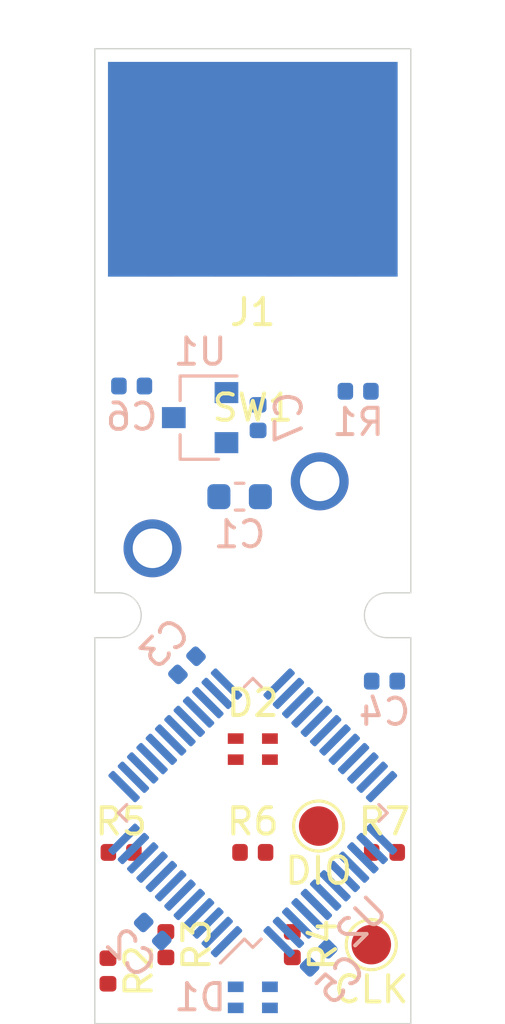
<source format=kicad_pcb>
(kicad_pcb (version 20171130) (host pcbnew 5.1.6)

  (general
    (thickness 1.6)
    (drawings 12)
    (tracks 0)
    (zones 0)
    (modules 22)
    (nets 48)
  )

  (page A4)
  (layers
    (0 F.Cu signal)
    (31 B.Cu signal)
    (32 B.Adhes user)
    (33 F.Adhes user)
    (34 B.Paste user)
    (35 F.Paste user)
    (36 B.SilkS user)
    (37 F.SilkS user)
    (38 B.Mask user)
    (39 F.Mask user)
    (40 Dwgs.User user)
    (41 Cmts.User user)
    (42 Eco1.User user)
    (43 Eco2.User user)
    (44 Edge.Cuts user)
    (45 Margin user)
    (46 B.CrtYd user)
    (47 F.CrtYd user)
    (48 B.Fab user)
    (49 F.Fab user)
  )

  (setup
    (last_trace_width 0.2)
    (trace_clearance 0.2)
    (zone_clearance 0.508)
    (zone_45_only no)
    (trace_min 0.2)
    (via_size 0.8)
    (via_drill 0.4)
    (via_min_size 0.6)
    (via_min_drill 0.3)
    (uvia_size 0.3)
    (uvia_drill 0.1)
    (uvias_allowed no)
    (uvia_min_size 0.2)
    (uvia_min_drill 0.1)
    (edge_width 0.05)
    (segment_width 0.2)
    (pcb_text_width 0.3)
    (pcb_text_size 1.5 1.5)
    (mod_edge_width 0.12)
    (mod_text_size 1 1)
    (mod_text_width 0.15)
    (pad_size 1.524 1.524)
    (pad_drill 0.762)
    (pad_to_mask_clearance 0.05)
    (aux_axis_origin 0 0)
    (visible_elements FFFFF77F)
    (pcbplotparams
      (layerselection 0x010fc_ffffffff)
      (usegerberextensions false)
      (usegerberattributes true)
      (usegerberadvancedattributes true)
      (creategerberjobfile true)
      (excludeedgelayer true)
      (linewidth 0.100000)
      (plotframeref false)
      (viasonmask false)
      (mode 1)
      (useauxorigin false)
      (hpglpennumber 1)
      (hpglpenspeed 20)
      (hpglpendiameter 15.000000)
      (psnegative false)
      (psa4output false)
      (plotreference true)
      (plotvalue true)
      (plotinvisibletext false)
      (padsonsilk false)
      (subtractmaskfromsilk false)
      (outputformat 1)
      (mirror false)
      (drillshape 1)
      (scaleselection 1)
      (outputdirectory ""))
  )

  (net 0 "")
  (net 1 GND)
  (net 2 +3V3)
  (net 3 VBUS)
  (net 4 "Net-(D1-Pad4)")
  (net 5 "Net-(D1-Pad3)")
  (net 6 "Net-(D1-Pad1)")
  (net 7 "Net-(D2-Pad4)")
  (net 8 "Net-(D2-Pad3)")
  (net 9 "Net-(D2-Pad1)")
  (net 10 /D+)
  (net 11 /D-)
  (net 12 /BTN1)
  (net 13 /LED1_R)
  (net 14 /LED1_G)
  (net 15 /LED1_B)
  (net 16 /LED2_R)
  (net 17 /LED2_G)
  (net 18 /LED2_B)
  (net 19 /SWDIO)
  (net 20 /SWCLK)
  (net 21 "Net-(U2-Pad46)")
  (net 22 "Net-(U2-Pad45)")
  (net 23 "Net-(U2-Pad43)")
  (net 24 "Net-(U2-Pad42)")
  (net 25 "Net-(U2-Pad40)")
  (net 26 "Net-(U2-Pad39)")
  (net 27 "Net-(U2-Pad38)")
  (net 28 "Net-(U2-Pad31)")
  (net 29 "Net-(U2-Pad30)")
  (net 30 "Net-(U2-Pad29)")
  (net 31 "Net-(U2-Pad28)")
  (net 32 "Net-(U2-Pad27)")
  (net 33 "Net-(U2-Pad26)")
  (net 34 "Net-(U2-Pad25)")
  (net 35 "Net-(U2-Pad22)")
  (net 36 "Net-(U2-Pad21)")
  (net 37 "Net-(U2-Pad20)")
  (net 38 "Net-(U2-Pad17)")
  (net 39 "Net-(U2-Pad16)")
  (net 40 "Net-(U2-Pad15)")
  (net 41 "Net-(U2-Pad14)")
  (net 42 "Net-(U2-Pad7)")
  (net 43 "Net-(U2-Pad6)")
  (net 44 "Net-(U2-Pad5)")
  (net 45 "Net-(U2-Pad4)")
  (net 46 "Net-(U2-Pad3)")
  (net 47 "Net-(U2-Pad2)")

  (net_class Default "This is the default net class."
    (clearance 0.2)
    (trace_width 0.2)
    (via_dia 0.8)
    (via_drill 0.4)
    (uvia_dia 0.3)
    (uvia_drill 0.1)
    (add_net +3V3)
    (add_net /BTN1)
    (add_net /D+)
    (add_net /D-)
    (add_net /LED1_B)
    (add_net /LED1_G)
    (add_net /LED1_R)
    (add_net /LED2_B)
    (add_net /LED2_G)
    (add_net /LED2_R)
    (add_net /SWCLK)
    (add_net /SWDIO)
    (add_net GND)
    (add_net "Net-(D1-Pad1)")
    (add_net "Net-(D1-Pad3)")
    (add_net "Net-(D1-Pad4)")
    (add_net "Net-(D2-Pad1)")
    (add_net "Net-(D2-Pad3)")
    (add_net "Net-(D2-Pad4)")
    (add_net "Net-(U2-Pad14)")
    (add_net "Net-(U2-Pad15)")
    (add_net "Net-(U2-Pad16)")
    (add_net "Net-(U2-Pad17)")
    (add_net "Net-(U2-Pad2)")
    (add_net "Net-(U2-Pad20)")
    (add_net "Net-(U2-Pad21)")
    (add_net "Net-(U2-Pad22)")
    (add_net "Net-(U2-Pad25)")
    (add_net "Net-(U2-Pad26)")
    (add_net "Net-(U2-Pad27)")
    (add_net "Net-(U2-Pad28)")
    (add_net "Net-(U2-Pad29)")
    (add_net "Net-(U2-Pad3)")
    (add_net "Net-(U2-Pad30)")
    (add_net "Net-(U2-Pad31)")
    (add_net "Net-(U2-Pad38)")
    (add_net "Net-(U2-Pad39)")
    (add_net "Net-(U2-Pad4)")
    (add_net "Net-(U2-Pad40)")
    (add_net "Net-(U2-Pad42)")
    (add_net "Net-(U2-Pad43)")
    (add_net "Net-(U2-Pad45)")
    (add_net "Net-(U2-Pad46)")
    (add_net "Net-(U2-Pad5)")
    (add_net "Net-(U2-Pad6)")
    (add_net "Net-(U2-Pad7)")
    (add_net VBUS)
  )

  (module Capacitor_SMD:C_0402_1005Metric (layer B.Cu) (tedit 5F947204) (tstamp 5F948C07)
    (at 155 74 180)
    (descr "Capacitor SMD 0402 (1005 Metric), square (rectangular) end terminal, IPC_7351 nominal, (Body size source: http://www.tortai-tech.com/upload/download/2011102023233369053.pdf), generated with kicad-footprint-generator")
    (tags capacitor)
    (path /5F892CC5)
    (attr smd)
    (fp_text reference C4 (at 0 -1.17 180) (layer B.SilkS)
      (effects (font (size 1 1) (thickness 0.15)) (justify mirror))
    )
    (fp_text value 100n (at 0 1.17 180) (layer B.Fab)
      (effects (font (size 1 1) (thickness 0.15)) (justify mirror))
    )
    (fp_line (start 0.93 -0.47) (end -0.93 -0.47) (layer B.CrtYd) (width 0.05))
    (fp_line (start 0.93 0.47) (end 0.93 -0.47) (layer B.CrtYd) (width 0.05))
    (fp_line (start -0.93 0.47) (end 0.93 0.47) (layer B.CrtYd) (width 0.05))
    (fp_line (start -0.93 -0.47) (end -0.93 0.47) (layer B.CrtYd) (width 0.05))
    (fp_line (start 0.5 -0.25) (end -0.5 -0.25) (layer B.Fab) (width 0.1))
    (fp_line (start 0.5 0.25) (end 0.5 -0.25) (layer B.Fab) (width 0.1))
    (fp_line (start -0.5 0.25) (end 0.5 0.25) (layer B.Fab) (width 0.1))
    (fp_line (start -0.5 -0.25) (end -0.5 0.25) (layer B.Fab) (width 0.1))
    (fp_text user %R (at 0 0 180) (layer B.Fab)
      (effects (font (size 0.25 0.25) (thickness 0.04)) (justify mirror))
    )
    (pad 2 smd roundrect (at 0.485 0 180) (size 0.59 0.64) (layers B.Cu B.Paste B.Mask) (roundrect_rratio 0.25)
      (net 1 GND))
    (pad 1 smd roundrect (at -0.485 0 180) (size 0.59 0.64) (layers B.Cu B.Paste B.Mask) (roundrect_rratio 0.25)
      (net 2 +3V3))
    (model ${KISYS3DMOD}/Capacitor_SMD.3dshapes/C_0402_1005Metric.wrl
      (at (xyz 0 0 0))
      (scale (xyz 1 1 1))
      (rotate (xyz 0 0 0))
    )
  )

  (module Button_Switch_Keyboard:SW_Cherry_MX_1.00u_PCB (layer F.Cu) (tedit 5F944CC9) (tstamp 5F92DCF2)
    (at 152.54 66.42)
    (descr "Cherry MX keyswitch, 1.00u, PCB mount, http://cherryamericas.com/wp-content/uploads/2014/12/mx_cat.pdf")
    (tags "Cherry MX keyswitch 1.00u PCB")
    (path /5F925207)
    (fp_text reference SW1 (at -2.54 -2.794) (layer F.SilkS)
      (effects (font (size 1 1) (thickness 0.15)))
    )
    (fp_text value MXxx-xxxx (at -2.54 12.954) (layer F.Fab)
      (effects (font (size 1 1) (thickness 0.15)))
    )
    (fp_line (start -8.89 -1.27) (end 3.81 -1.27) (layer F.Fab) (width 0.1))
    (fp_line (start 3.81 -1.27) (end 3.81 11.43) (layer F.Fab) (width 0.1))
    (fp_line (start 3.81 11.43) (end -8.89 11.43) (layer F.Fab) (width 0.1))
    (fp_line (start -8.89 11.43) (end -8.89 -1.27) (layer F.Fab) (width 0.1))
    (fp_line (start -9.14 11.68) (end -9.14 -1.52) (layer F.CrtYd) (width 0.05))
    (fp_line (start 4.06 11.68) (end -9.14 11.68) (layer F.CrtYd) (width 0.05))
    (fp_line (start 4.06 -1.52) (end 4.06 11.68) (layer F.CrtYd) (width 0.05))
    (fp_line (start -9.14 -1.52) (end 4.06 -1.52) (layer F.CrtYd) (width 0.05))
    (fp_line (start -12.065 -4.445) (end 6.985 -4.445) (layer Dwgs.User) (width 0.15))
    (fp_line (start 6.985 -4.445) (end 6.985 14.605) (layer Dwgs.User) (width 0.15))
    (fp_line (start 6.985 14.605) (end -12.065 14.605) (layer Dwgs.User) (width 0.15))
    (fp_line (start -12.065 14.605) (end -12.065 -4.445) (layer Dwgs.User) (width 0.15))
    (fp_text user %R (at -2.54 -2.794) (layer F.Fab)
      (effects (font (size 1 1) (thickness 0.15)))
    )
    (pad "" np_thru_hole circle (at -2.54 5.08) (size 4 4) (drill 4) (layers *.Cu *.Mask))
    (pad 2 thru_hole circle (at -6.35 2.54) (size 2.2 2.2) (drill 1.5) (layers *.Cu *.Mask)
      (net 2 +3V3))
    (pad 1 thru_hole circle (at 0 0) (size 2.2 2.2) (drill 1.5) (layers *.Cu *.Mask)
      (net 12 /BTN1))
    (model ${KISYS3DMOD}/Button_Switch_Keyboard.3dshapes/SW_Cherry_MX_1.00u_PCB.wrl
      (at (xyz 0 0 0))
      (scale (xyz 1 1 1))
      (rotate (xyz 0 0 0))
    )
  )

  (module Capacitor_SMD:C_0402_1005Metric (layer B.Cu) (tedit 5B301BBE) (tstamp 5F92C15E)
    (at 145.4 62.8)
    (descr "Capacitor SMD 0402 (1005 Metric), square (rectangular) end terminal, IPC_7351 nominal, (Body size source: http://www.tortai-tech.com/upload/download/2011102023233369053.pdf), generated with kicad-footprint-generator")
    (tags capacitor)
    (path /5F93753A)
    (attr smd)
    (fp_text reference C6 (at 0 1.17) (layer B.SilkS)
      (effects (font (size 1 1) (thickness 0.15)) (justify mirror))
    )
    (fp_text value 1u (at 0 -1.17) (layer B.Fab)
      (effects (font (size 1 1) (thickness 0.15)) (justify mirror))
    )
    (fp_line (start 0.93 -0.47) (end -0.93 -0.47) (layer B.CrtYd) (width 0.05))
    (fp_line (start 0.93 0.47) (end 0.93 -0.47) (layer B.CrtYd) (width 0.05))
    (fp_line (start -0.93 0.47) (end 0.93 0.47) (layer B.CrtYd) (width 0.05))
    (fp_line (start -0.93 -0.47) (end -0.93 0.47) (layer B.CrtYd) (width 0.05))
    (fp_line (start 0.5 -0.25) (end -0.5 -0.25) (layer B.Fab) (width 0.1))
    (fp_line (start 0.5 0.25) (end 0.5 -0.25) (layer B.Fab) (width 0.1))
    (fp_line (start -0.5 0.25) (end 0.5 0.25) (layer B.Fab) (width 0.1))
    (fp_line (start -0.5 -0.25) (end -0.5 0.25) (layer B.Fab) (width 0.1))
    (fp_text user %R (at 0 0) (layer B.Fab)
      (effects (font (size 0.25 0.25) (thickness 0.04)) (justify mirror))
    )
    (pad 2 smd roundrect (at 0.485 0) (size 0.59 0.64) (layers B.Cu B.Paste B.Mask) (roundrect_rratio 0.25)
      (net 1 GND))
    (pad 1 smd roundrect (at -0.485 0) (size 0.59 0.64) (layers B.Cu B.Paste B.Mask) (roundrect_rratio 0.25)
      (net 3 VBUS))
    (model ${KISYS3DMOD}/Capacitor_SMD.3dshapes/C_0402_1005Metric.wrl
      (at (xyz 0 0 0))
      (scale (xyz 1 1 1))
      (rotate (xyz 0 0 0))
    )
  )

  (module Package_QFP:LQFP-48_7x7mm_P0.5mm (layer B.Cu) (tedit 5D9F72AF) (tstamp 5F92E9DF)
    (at 150 79 45)
    (descr "LQFP, 48 Pin (https://www.analog.com/media/en/technical-documentation/data-sheets/ltc2358-16.pdf), generated with kicad-footprint-generator ipc_gullwing_generator.py")
    (tags "LQFP QFP")
    (path /5F878F8D)
    (attr smd)
    (fp_text reference U2 (at 0 5.85 45) (layer B.SilkS)
      (effects (font (size 1 1) (thickness 0.15)) (justify mirror))
    )
    (fp_text value STM32F072CBT6 (at 0 -5.85 45) (layer B.Fab)
      (effects (font (size 1 1) (thickness 0.15)) (justify mirror))
    )
    (fp_line (start 5.15 -3.15) (end 5.15 0) (layer B.CrtYd) (width 0.05))
    (fp_line (start 3.75 -3.15) (end 5.15 -3.15) (layer B.CrtYd) (width 0.05))
    (fp_line (start 3.75 -3.75) (end 3.75 -3.15) (layer B.CrtYd) (width 0.05))
    (fp_line (start 3.15 -3.75) (end 3.75 -3.75) (layer B.CrtYd) (width 0.05))
    (fp_line (start 3.15 -5.15) (end 3.15 -3.75) (layer B.CrtYd) (width 0.05))
    (fp_line (start 0 -5.15) (end 3.15 -5.15) (layer B.CrtYd) (width 0.05))
    (fp_line (start -5.15 -3.15) (end -5.15 0) (layer B.CrtYd) (width 0.05))
    (fp_line (start -3.75 -3.15) (end -5.15 -3.15) (layer B.CrtYd) (width 0.05))
    (fp_line (start -3.75 -3.75) (end -3.75 -3.15) (layer B.CrtYd) (width 0.05))
    (fp_line (start -3.15 -3.75) (end -3.75 -3.75) (layer B.CrtYd) (width 0.05))
    (fp_line (start -3.15 -5.15) (end -3.15 -3.75) (layer B.CrtYd) (width 0.05))
    (fp_line (start 0 -5.15) (end -3.15 -5.15) (layer B.CrtYd) (width 0.05))
    (fp_line (start 5.15 3.15) (end 5.15 0) (layer B.CrtYd) (width 0.05))
    (fp_line (start 3.75 3.15) (end 5.15 3.15) (layer B.CrtYd) (width 0.05))
    (fp_line (start 3.75 3.75) (end 3.75 3.15) (layer B.CrtYd) (width 0.05))
    (fp_line (start 3.15 3.75) (end 3.75 3.75) (layer B.CrtYd) (width 0.05))
    (fp_line (start 3.15 5.15) (end 3.15 3.75) (layer B.CrtYd) (width 0.05))
    (fp_line (start 0 5.15) (end 3.15 5.15) (layer B.CrtYd) (width 0.05))
    (fp_line (start -5.15 3.15) (end -5.15 0) (layer B.CrtYd) (width 0.05))
    (fp_line (start -3.75 3.15) (end -5.15 3.15) (layer B.CrtYd) (width 0.05))
    (fp_line (start -3.75 3.75) (end -3.75 3.15) (layer B.CrtYd) (width 0.05))
    (fp_line (start -3.15 3.75) (end -3.75 3.75) (layer B.CrtYd) (width 0.05))
    (fp_line (start -3.15 5.15) (end -3.15 3.75) (layer B.CrtYd) (width 0.05))
    (fp_line (start 0 5.15) (end -3.15 5.15) (layer B.CrtYd) (width 0.05))
    (fp_line (start -3.5 2.5) (end -2.5 3.5) (layer B.Fab) (width 0.1))
    (fp_line (start -3.5 -3.5) (end -3.5 2.5) (layer B.Fab) (width 0.1))
    (fp_line (start 3.5 -3.5) (end -3.5 -3.5) (layer B.Fab) (width 0.1))
    (fp_line (start 3.5 3.5) (end 3.5 -3.5) (layer B.Fab) (width 0.1))
    (fp_line (start -2.5 3.5) (end 3.5 3.5) (layer B.Fab) (width 0.1))
    (fp_line (start -3.61 3.16) (end -4.9 3.16) (layer B.SilkS) (width 0.12))
    (fp_line (start -3.61 3.61) (end -3.61 3.16) (layer B.SilkS) (width 0.12))
    (fp_line (start -3.16 3.61) (end -3.61 3.61) (layer B.SilkS) (width 0.12))
    (fp_line (start 3.61 3.61) (end 3.61 3.16) (layer B.SilkS) (width 0.12))
    (fp_line (start 3.16 3.61) (end 3.61 3.61) (layer B.SilkS) (width 0.12))
    (fp_line (start -3.61 -3.61) (end -3.61 -3.16) (layer B.SilkS) (width 0.12))
    (fp_line (start -3.16 -3.61) (end -3.61 -3.61) (layer B.SilkS) (width 0.12))
    (fp_line (start 3.61 -3.61) (end 3.61 -3.16) (layer B.SilkS) (width 0.12))
    (fp_line (start 3.16 -3.61) (end 3.61 -3.61) (layer B.SilkS) (width 0.12))
    (fp_text user %R (at 0 0 45) (layer B.Fab)
      (effects (font (size 1 1) (thickness 0.15)) (justify mirror))
    )
    (pad 48 smd roundrect (at -2.75 4.1625 45) (size 0.3 1.475) (layers B.Cu B.Paste B.Mask) (roundrect_rratio 0.25)
      (net 2 +3V3))
    (pad 47 smd roundrect (at -2.25 4.1625 45) (size 0.3 1.475) (layers B.Cu B.Paste B.Mask) (roundrect_rratio 0.25)
      (net 1 GND))
    (pad 46 smd roundrect (at -1.75 4.1625 45) (size 0.3 1.475) (layers B.Cu B.Paste B.Mask) (roundrect_rratio 0.25)
      (net 21 "Net-(U2-Pad46)"))
    (pad 45 smd roundrect (at -1.25 4.1625 45) (size 0.3 1.475) (layers B.Cu B.Paste B.Mask) (roundrect_rratio 0.25)
      (net 22 "Net-(U2-Pad45)"))
    (pad 44 smd roundrect (at -0.75 4.1625 45) (size 0.3 1.475) (layers B.Cu B.Paste B.Mask) (roundrect_rratio 0.25)
      (net 12 /BTN1))
    (pad 43 smd roundrect (at -0.25 4.1625 45) (size 0.3 1.475) (layers B.Cu B.Paste B.Mask) (roundrect_rratio 0.25)
      (net 23 "Net-(U2-Pad43)"))
    (pad 42 smd roundrect (at 0.25 4.1625 45) (size 0.3 1.475) (layers B.Cu B.Paste B.Mask) (roundrect_rratio 0.25)
      (net 24 "Net-(U2-Pad42)"))
    (pad 41 smd roundrect (at 0.75 4.1625 45) (size 0.3 1.475) (layers B.Cu B.Paste B.Mask) (roundrect_rratio 0.25)
      (net 18 /LED2_B))
    (pad 40 smd roundrect (at 1.25 4.1625 45) (size 0.3 1.475) (layers B.Cu B.Paste B.Mask) (roundrect_rratio 0.25)
      (net 25 "Net-(U2-Pad40)"))
    (pad 39 smd roundrect (at 1.75 4.1625 45) (size 0.3 1.475) (layers B.Cu B.Paste B.Mask) (roundrect_rratio 0.25)
      (net 26 "Net-(U2-Pad39)"))
    (pad 38 smd roundrect (at 2.25 4.1625 45) (size 0.3 1.475) (layers B.Cu B.Paste B.Mask) (roundrect_rratio 0.25)
      (net 27 "Net-(U2-Pad38)"))
    (pad 37 smd roundrect (at 2.75 4.1625 45) (size 0.3 1.475) (layers B.Cu B.Paste B.Mask) (roundrect_rratio 0.25)
      (net 20 /SWCLK))
    (pad 36 smd roundrect (at 4.1625 2.75 45) (size 1.475 0.3) (layers B.Cu B.Paste B.Mask) (roundrect_rratio 0.25)
      (net 2 +3V3))
    (pad 35 smd roundrect (at 4.1625 2.25 45) (size 1.475 0.3) (layers B.Cu B.Paste B.Mask) (roundrect_rratio 0.25)
      (net 1 GND))
    (pad 34 smd roundrect (at 4.1625 1.75 45) (size 1.475 0.3) (layers B.Cu B.Paste B.Mask) (roundrect_rratio 0.25)
      (net 19 /SWDIO))
    (pad 33 smd roundrect (at 4.1625 1.25 45) (size 1.475 0.3) (layers B.Cu B.Paste B.Mask) (roundrect_rratio 0.25)
      (net 10 /D+))
    (pad 32 smd roundrect (at 4.1625 0.75 45) (size 1.475 0.3) (layers B.Cu B.Paste B.Mask) (roundrect_rratio 0.25)
      (net 11 /D-))
    (pad 31 smd roundrect (at 4.1625 0.25 45) (size 1.475 0.3) (layers B.Cu B.Paste B.Mask) (roundrect_rratio 0.25)
      (net 28 "Net-(U2-Pad31)"))
    (pad 30 smd roundrect (at 4.1625 -0.25 45) (size 1.475 0.3) (layers B.Cu B.Paste B.Mask) (roundrect_rratio 0.25)
      (net 29 "Net-(U2-Pad30)"))
    (pad 29 smd roundrect (at 4.1625 -0.75 45) (size 1.475 0.3) (layers B.Cu B.Paste B.Mask) (roundrect_rratio 0.25)
      (net 30 "Net-(U2-Pad29)"))
    (pad 28 smd roundrect (at 4.1625 -1.25 45) (size 1.475 0.3) (layers B.Cu B.Paste B.Mask) (roundrect_rratio 0.25)
      (net 31 "Net-(U2-Pad28)"))
    (pad 27 smd roundrect (at 4.1625 -1.75 45) (size 1.475 0.3) (layers B.Cu B.Paste B.Mask) (roundrect_rratio 0.25)
      (net 32 "Net-(U2-Pad27)"))
    (pad 26 smd roundrect (at 4.1625 -2.25 45) (size 1.475 0.3) (layers B.Cu B.Paste B.Mask) (roundrect_rratio 0.25)
      (net 33 "Net-(U2-Pad26)"))
    (pad 25 smd roundrect (at 4.1625 -2.75 45) (size 1.475 0.3) (layers B.Cu B.Paste B.Mask) (roundrect_rratio 0.25)
      (net 34 "Net-(U2-Pad25)"))
    (pad 24 smd roundrect (at 2.75 -4.1625 45) (size 0.3 1.475) (layers B.Cu B.Paste B.Mask) (roundrect_rratio 0.25)
      (net 2 +3V3))
    (pad 23 smd roundrect (at 2.25 -4.1625 45) (size 0.3 1.475) (layers B.Cu B.Paste B.Mask) (roundrect_rratio 0.25)
      (net 1 GND))
    (pad 22 smd roundrect (at 1.75 -4.1625 45) (size 0.3 1.475) (layers B.Cu B.Paste B.Mask) (roundrect_rratio 0.25)
      (net 35 "Net-(U2-Pad22)"))
    (pad 21 smd roundrect (at 1.25 -4.1625 45) (size 0.3 1.475) (layers B.Cu B.Paste B.Mask) (roundrect_rratio 0.25)
      (net 36 "Net-(U2-Pad21)"))
    (pad 20 smd roundrect (at 0.75 -4.1625 45) (size 0.3 1.475) (layers B.Cu B.Paste B.Mask) (roundrect_rratio 0.25)
      (net 37 "Net-(U2-Pad20)"))
    (pad 19 smd roundrect (at 0.25 -4.1625 45) (size 0.3 1.475) (layers B.Cu B.Paste B.Mask) (roundrect_rratio 0.25)
      (net 16 /LED2_R))
    (pad 18 smd roundrect (at -0.25 -4.1625 45) (size 0.3 1.475) (layers B.Cu B.Paste B.Mask) (roundrect_rratio 0.25)
      (net 17 /LED2_G))
    (pad 17 smd roundrect (at -0.75 -4.1625 45) (size 0.3 1.475) (layers B.Cu B.Paste B.Mask) (roundrect_rratio 0.25)
      (net 38 "Net-(U2-Pad17)"))
    (pad 16 smd roundrect (at -1.25 -4.1625 45) (size 0.3 1.475) (layers B.Cu B.Paste B.Mask) (roundrect_rratio 0.25)
      (net 39 "Net-(U2-Pad16)"))
    (pad 15 smd roundrect (at -1.75 -4.1625 45) (size 0.3 1.475) (layers B.Cu B.Paste B.Mask) (roundrect_rratio 0.25)
      (net 40 "Net-(U2-Pad15)"))
    (pad 14 smd roundrect (at -2.25 -4.1625 45) (size 0.3 1.475) (layers B.Cu B.Paste B.Mask) (roundrect_rratio 0.25)
      (net 41 "Net-(U2-Pad14)"))
    (pad 13 smd roundrect (at -2.75 -4.1625 45) (size 0.3 1.475) (layers B.Cu B.Paste B.Mask) (roundrect_rratio 0.25)
      (net 12 /BTN1))
    (pad 12 smd roundrect (at -4.1625 -2.75 45) (size 1.475 0.3) (layers B.Cu B.Paste B.Mask) (roundrect_rratio 0.25)
      (net 13 /LED1_R))
    (pad 11 smd roundrect (at -4.1625 -2.25 45) (size 1.475 0.3) (layers B.Cu B.Paste B.Mask) (roundrect_rratio 0.25)
      (net 14 /LED1_G))
    (pad 10 smd roundrect (at -4.1625 -1.75 45) (size 1.475 0.3) (layers B.Cu B.Paste B.Mask) (roundrect_rratio 0.25)
      (net 15 /LED1_B))
    (pad 9 smd roundrect (at -4.1625 -1.25 45) (size 1.475 0.3) (layers B.Cu B.Paste B.Mask) (roundrect_rratio 0.25)
      (net 2 +3V3))
    (pad 8 smd roundrect (at -4.1625 -0.75 45) (size 1.475 0.3) (layers B.Cu B.Paste B.Mask) (roundrect_rratio 0.25)
      (net 1 GND))
    (pad 7 smd roundrect (at -4.1625 -0.25 45) (size 1.475 0.3) (layers B.Cu B.Paste B.Mask) (roundrect_rratio 0.25)
      (net 42 "Net-(U2-Pad7)"))
    (pad 6 smd roundrect (at -4.1625 0.25 45) (size 1.475 0.3) (layers B.Cu B.Paste B.Mask) (roundrect_rratio 0.25)
      (net 43 "Net-(U2-Pad6)"))
    (pad 5 smd roundrect (at -4.1625 0.75 45) (size 1.475 0.3) (layers B.Cu B.Paste B.Mask) (roundrect_rratio 0.25)
      (net 44 "Net-(U2-Pad5)"))
    (pad 4 smd roundrect (at -4.1625 1.25 45) (size 1.475 0.3) (layers B.Cu B.Paste B.Mask) (roundrect_rratio 0.25)
      (net 45 "Net-(U2-Pad4)"))
    (pad 3 smd roundrect (at -4.1625 1.75 45) (size 1.475 0.3) (layers B.Cu B.Paste B.Mask) (roundrect_rratio 0.25)
      (net 46 "Net-(U2-Pad3)"))
    (pad 2 smd roundrect (at -4.1625 2.25 45) (size 1.475 0.3) (layers B.Cu B.Paste B.Mask) (roundrect_rratio 0.25)
      (net 47 "Net-(U2-Pad2)"))
    (pad 1 smd roundrect (at -4.1625 2.75 45) (size 1.475 0.3) (layers B.Cu B.Paste B.Mask) (roundrect_rratio 0.25)
      (net 2 +3V3))
    (model ${KISYS3DMOD}/Package_QFP.3dshapes/LQFP-48_7x7mm_P0.5mm.wrl
      (at (xyz 0 0 0))
      (scale (xyz 1 1 1))
      (rotate (xyz 0 0 0))
    )
  )

  (module Package_TO_SOT_SMD:SOT-23 (layer B.Cu) (tedit 5A02FF57) (tstamp 5F92B4F1)
    (at 148 64 180)
    (descr "SOT-23, Standard")
    (tags SOT-23)
    (path /5FA01775)
    (attr smd)
    (fp_text reference U1 (at 0 2.5) (layer B.SilkS)
      (effects (font (size 1 1) (thickness 0.15)) (justify mirror))
    )
    (fp_text value XC6206P332MR (at 0 -2.5) (layer B.Fab)
      (effects (font (size 1 1) (thickness 0.15)) (justify mirror))
    )
    (fp_line (start -0.7 0.95) (end -0.7 -1.5) (layer B.Fab) (width 0.1))
    (fp_line (start -0.15 1.52) (end 0.7 1.52) (layer B.Fab) (width 0.1))
    (fp_line (start -0.7 0.95) (end -0.15 1.52) (layer B.Fab) (width 0.1))
    (fp_line (start 0.7 1.52) (end 0.7 -1.52) (layer B.Fab) (width 0.1))
    (fp_line (start -0.7 -1.52) (end 0.7 -1.52) (layer B.Fab) (width 0.1))
    (fp_line (start 0.76 -1.58) (end 0.76 -0.65) (layer B.SilkS) (width 0.12))
    (fp_line (start 0.76 1.58) (end 0.76 0.65) (layer B.SilkS) (width 0.12))
    (fp_line (start -1.7 1.75) (end 1.7 1.75) (layer B.CrtYd) (width 0.05))
    (fp_line (start 1.7 1.75) (end 1.7 -1.75) (layer B.CrtYd) (width 0.05))
    (fp_line (start 1.7 -1.75) (end -1.7 -1.75) (layer B.CrtYd) (width 0.05))
    (fp_line (start -1.7 -1.75) (end -1.7 1.75) (layer B.CrtYd) (width 0.05))
    (fp_line (start 0.76 1.58) (end -1.4 1.58) (layer B.SilkS) (width 0.12))
    (fp_line (start 0.76 -1.58) (end -0.7 -1.58) (layer B.SilkS) (width 0.12))
    (fp_text user %R (at 0 0 -90) (layer B.Fab)
      (effects (font (size 0.5 0.5) (thickness 0.075)) (justify mirror))
    )
    (pad 1 smd rect (at -1 0.95 180) (size 0.9 0.8) (layers B.Cu B.Paste B.Mask)
      (net 1 GND))
    (pad 2 smd rect (at -1 -0.95 180) (size 0.9 0.8) (layers B.Cu B.Paste B.Mask)
      (net 2 +3V3))
    (pad 3 smd rect (at 1 0 180) (size 0.9 0.8) (layers B.Cu B.Paste B.Mask)
      (net 3 VBUS))
    (model ${KISYS3DMOD}/Package_TO_SOT_SMD.3dshapes/SOT-23.wrl
      (at (xyz 0 0 0))
      (scale (xyz 1 1 1))
      (rotate (xyz 0 0 0))
    )
  )

  (module TestPoint:TestPoint_Pad_D1.5mm (layer F.Cu) (tedit 5A0F774F) (tstamp 5F92A952)
    (at 154.5 84 180)
    (descr "SMD pad as test Point, diameter 1.5mm")
    (tags "test point SMD pad")
    (path /5FCB2854)
    (attr virtual)
    (fp_text reference CLK (at 0 -1.7) (layer F.SilkS)
      (effects (font (size 1 1) (thickness 0.15)))
    )
    (fp_text value SWCLK (at 0 1.75) (layer F.Fab)
      (effects (font (size 1 1) (thickness 0.15)))
    )
    (fp_text user %R (at 0 -1.65) (layer F.Fab)
      (effects (font (size 1 1) (thickness 0.15)))
    )
    (fp_circle (center 0 0) (end 1.25 0) (layer F.CrtYd) (width 0.05))
    (fp_circle (center 0 0) (end 0 0.95) (layer F.SilkS) (width 0.12))
    (pad 1 smd circle (at 0 0 180) (size 1.5 1.5) (layers F.Cu F.Mask)
      (net 20 /SWCLK))
  )

  (module TestPoint:TestPoint_Pad_D1.5mm (layer F.Cu) (tedit 5A0F774F) (tstamp 5F92A94A)
    (at 152.5 79.5 180)
    (descr "SMD pad as test Point, diameter 1.5mm")
    (tags "test point SMD pad")
    (path /5FCAA338)
    (attr virtual)
    (fp_text reference DIO (at 0 -1.7) (layer F.SilkS)
      (effects (font (size 1 1) (thickness 0.15)))
    )
    (fp_text value SWDIO (at 0 1.75) (layer F.Fab)
      (effects (font (size 1 1) (thickness 0.15)))
    )
    (fp_circle (center 0 0) (end 0 0.95) (layer F.SilkS) (width 0.12))
    (fp_circle (center 0 0) (end 1.25 0) (layer F.CrtYd) (width 0.05))
    (fp_text user %R (at 0 -1.65) (layer F.Fab)
      (effects (font (size 1 1) (thickness 0.15)))
    )
    (pad 1 smd circle (at 0 0 180) (size 1.5 1.5) (layers F.Cu F.Mask)
      (net 19 /SWDIO))
  )

  (module Resistor_SMD:R_0402_1005Metric (layer F.Cu) (tedit 5B301BBD) (tstamp 5F94E3FE)
    (at 155 80.5)
    (descr "Resistor SMD 0402 (1005 Metric), square (rectangular) end terminal, IPC_7351 nominal, (Body size source: http://www.tortai-tech.com/upload/download/2011102023233369053.pdf), generated with kicad-footprint-generator")
    (tags resistor)
    (path /5FDA0D19)
    (attr smd)
    (fp_text reference R7 (at 0 -1.17) (layer F.SilkS)
      (effects (font (size 1 1) (thickness 0.15)))
    )
    (fp_text value 1k (at 0 1.17) (layer F.Fab)
      (effects (font (size 1 1) (thickness 0.15)))
    )
    (fp_line (start 0.93 0.47) (end -0.93 0.47) (layer F.CrtYd) (width 0.05))
    (fp_line (start 0.93 -0.47) (end 0.93 0.47) (layer F.CrtYd) (width 0.05))
    (fp_line (start -0.93 -0.47) (end 0.93 -0.47) (layer F.CrtYd) (width 0.05))
    (fp_line (start -0.93 0.47) (end -0.93 -0.47) (layer F.CrtYd) (width 0.05))
    (fp_line (start 0.5 0.25) (end -0.5 0.25) (layer F.Fab) (width 0.1))
    (fp_line (start 0.5 -0.25) (end 0.5 0.25) (layer F.Fab) (width 0.1))
    (fp_line (start -0.5 -0.25) (end 0.5 -0.25) (layer F.Fab) (width 0.1))
    (fp_line (start -0.5 0.25) (end -0.5 -0.25) (layer F.Fab) (width 0.1))
    (fp_text user %R (at 0 0) (layer F.Fab)
      (effects (font (size 0.25 0.25) (thickness 0.04)))
    )
    (pad 2 smd roundrect (at 0.485 0) (size 0.59 0.64) (layers F.Cu F.Paste F.Mask) (roundrect_rratio 0.25)
      (net 8 "Net-(D2-Pad3)"))
    (pad 1 smd roundrect (at -0.485 0) (size 0.59 0.64) (layers F.Cu F.Paste F.Mask) (roundrect_rratio 0.25)
      (net 18 /LED2_B))
    (model ${KISYS3DMOD}/Resistor_SMD.3dshapes/R_0402_1005Metric.wrl
      (at (xyz 0 0 0))
      (scale (xyz 1 1 1))
      (rotate (xyz 0 0 0))
    )
  )

  (module Resistor_SMD:R_0402_1005Metric (layer F.Cu) (tedit 5B301BBD) (tstamp 5F94DEF7)
    (at 150 80.5)
    (descr "Resistor SMD 0402 (1005 Metric), square (rectangular) end terminal, IPC_7351 nominal, (Body size source: http://www.tortai-tech.com/upload/download/2011102023233369053.pdf), generated with kicad-footprint-generator")
    (tags resistor)
    (path /5FDA00DF)
    (attr smd)
    (fp_text reference R6 (at 0 -1.17) (layer F.SilkS)
      (effects (font (size 1 1) (thickness 0.15)))
    )
    (fp_text value 1k (at 0 1.17) (layer F.Fab)
      (effects (font (size 1 1) (thickness 0.15)))
    )
    (fp_line (start 0.93 0.47) (end -0.93 0.47) (layer F.CrtYd) (width 0.05))
    (fp_line (start 0.93 -0.47) (end 0.93 0.47) (layer F.CrtYd) (width 0.05))
    (fp_line (start -0.93 -0.47) (end 0.93 -0.47) (layer F.CrtYd) (width 0.05))
    (fp_line (start -0.93 0.47) (end -0.93 -0.47) (layer F.CrtYd) (width 0.05))
    (fp_line (start 0.5 0.25) (end -0.5 0.25) (layer F.Fab) (width 0.1))
    (fp_line (start 0.5 -0.25) (end 0.5 0.25) (layer F.Fab) (width 0.1))
    (fp_line (start -0.5 -0.25) (end 0.5 -0.25) (layer F.Fab) (width 0.1))
    (fp_line (start -0.5 0.25) (end -0.5 -0.25) (layer F.Fab) (width 0.1))
    (fp_text user %R (at 0 0) (layer F.Fab)
      (effects (font (size 0.25 0.25) (thickness 0.04)))
    )
    (pad 2 smd roundrect (at 0.485 0) (size 0.59 0.64) (layers F.Cu F.Paste F.Mask) (roundrect_rratio 0.25)
      (net 7 "Net-(D2-Pad4)"))
    (pad 1 smd roundrect (at -0.485 0) (size 0.59 0.64) (layers F.Cu F.Paste F.Mask) (roundrect_rratio 0.25)
      (net 17 /LED2_G))
    (model ${KISYS3DMOD}/Resistor_SMD.3dshapes/R_0402_1005Metric.wrl
      (at (xyz 0 0 0))
      (scale (xyz 1 1 1))
      (rotate (xyz 0 0 0))
    )
  )

  (module Resistor_SMD:R_0402_1005Metric (layer F.Cu) (tedit 5B301BBD) (tstamp 5F94E3A8)
    (at 145 80.5)
    (descr "Resistor SMD 0402 (1005 Metric), square (rectangular) end terminal, IPC_7351 nominal, (Body size source: http://www.tortai-tech.com/upload/download/2011102023233369053.pdf), generated with kicad-footprint-generator")
    (tags resistor)
    (path /5FD9D2CE)
    (attr smd)
    (fp_text reference R5 (at 0 -1.17) (layer F.SilkS)
      (effects (font (size 1 1) (thickness 0.15)))
    )
    (fp_text value 1k (at 0 1.17) (layer F.Fab)
      (effects (font (size 1 1) (thickness 0.15)))
    )
    (fp_text user %R (at 0 0) (layer F.Fab)
      (effects (font (size 0.25 0.25) (thickness 0.04)))
    )
    (fp_line (start -0.5 0.25) (end -0.5 -0.25) (layer F.Fab) (width 0.1))
    (fp_line (start -0.5 -0.25) (end 0.5 -0.25) (layer F.Fab) (width 0.1))
    (fp_line (start 0.5 -0.25) (end 0.5 0.25) (layer F.Fab) (width 0.1))
    (fp_line (start 0.5 0.25) (end -0.5 0.25) (layer F.Fab) (width 0.1))
    (fp_line (start -0.93 0.47) (end -0.93 -0.47) (layer F.CrtYd) (width 0.05))
    (fp_line (start -0.93 -0.47) (end 0.93 -0.47) (layer F.CrtYd) (width 0.05))
    (fp_line (start 0.93 -0.47) (end 0.93 0.47) (layer F.CrtYd) (width 0.05))
    (fp_line (start 0.93 0.47) (end -0.93 0.47) (layer F.CrtYd) (width 0.05))
    (pad 1 smd roundrect (at -0.485 0) (size 0.59 0.64) (layers F.Cu F.Paste F.Mask) (roundrect_rratio 0.25)
      (net 16 /LED2_R))
    (pad 2 smd roundrect (at 0.485 0) (size 0.59 0.64) (layers F.Cu F.Paste F.Mask) (roundrect_rratio 0.25)
      (net 9 "Net-(D2-Pad1)"))
    (model ${KISYS3DMOD}/Resistor_SMD.3dshapes/R_0402_1005Metric.wrl
      (at (xyz 0 0 0))
      (scale (xyz 1 1 1))
      (rotate (xyz 0 0 0))
    )
  )

  (module Resistor_SMD:R_0402_1005Metric (layer F.Cu) (tedit 5B301BBD) (tstamp 5F92A8FB)
    (at 151.5 84 270)
    (descr "Resistor SMD 0402 (1005 Metric), square (rectangular) end terminal, IPC_7351 nominal, (Body size source: http://www.tortai-tech.com/upload/download/2011102023233369053.pdf), generated with kicad-footprint-generator")
    (tags resistor)
    (path /5F9366E4)
    (attr smd)
    (fp_text reference R4 (at 0 -1.17 90) (layer F.SilkS)
      (effects (font (size 1 1) (thickness 0.15)))
    )
    (fp_text value 1k (at 0 1.17 90) (layer F.Fab)
      (effects (font (size 1 1) (thickness 0.15)))
    )
    (fp_line (start 0.93 0.47) (end -0.93 0.47) (layer F.CrtYd) (width 0.05))
    (fp_line (start 0.93 -0.47) (end 0.93 0.47) (layer F.CrtYd) (width 0.05))
    (fp_line (start -0.93 -0.47) (end 0.93 -0.47) (layer F.CrtYd) (width 0.05))
    (fp_line (start -0.93 0.47) (end -0.93 -0.47) (layer F.CrtYd) (width 0.05))
    (fp_line (start 0.5 0.25) (end -0.5 0.25) (layer F.Fab) (width 0.1))
    (fp_line (start 0.5 -0.25) (end 0.5 0.25) (layer F.Fab) (width 0.1))
    (fp_line (start -0.5 -0.25) (end 0.5 -0.25) (layer F.Fab) (width 0.1))
    (fp_line (start -0.5 0.25) (end -0.5 -0.25) (layer F.Fab) (width 0.1))
    (fp_text user %R (at 0 0 90) (layer F.Fab)
      (effects (font (size 0.25 0.25) (thickness 0.04)))
    )
    (pad 2 smd roundrect (at 0.485 0 270) (size 0.59 0.64) (layers F.Cu F.Paste F.Mask) (roundrect_rratio 0.25)
      (net 5 "Net-(D1-Pad3)"))
    (pad 1 smd roundrect (at -0.485 0 270) (size 0.59 0.64) (layers F.Cu F.Paste F.Mask) (roundrect_rratio 0.25)
      (net 15 /LED1_B))
    (model ${KISYS3DMOD}/Resistor_SMD.3dshapes/R_0402_1005Metric.wrl
      (at (xyz 0 0 0))
      (scale (xyz 1 1 1))
      (rotate (xyz 0 0 0))
    )
  )

  (module Resistor_SMD:R_0402_1005Metric (layer F.Cu) (tedit 5B301BBD) (tstamp 5F94C0D4)
    (at 146.7 84 270)
    (descr "Resistor SMD 0402 (1005 Metric), square (rectangular) end terminal, IPC_7351 nominal, (Body size source: http://www.tortai-tech.com/upload/download/2011102023233369053.pdf), generated with kicad-footprint-generator")
    (tags resistor)
    (path /5F935EFD)
    (attr smd)
    (fp_text reference R3 (at 0 -1.17 90) (layer F.SilkS)
      (effects (font (size 1 1) (thickness 0.15)))
    )
    (fp_text value 1k (at 0 1.17 90) (layer F.Fab)
      (effects (font (size 1 1) (thickness 0.15)))
    )
    (fp_line (start 0.93 0.47) (end -0.93 0.47) (layer F.CrtYd) (width 0.05))
    (fp_line (start 0.93 -0.47) (end 0.93 0.47) (layer F.CrtYd) (width 0.05))
    (fp_line (start -0.93 -0.47) (end 0.93 -0.47) (layer F.CrtYd) (width 0.05))
    (fp_line (start -0.93 0.47) (end -0.93 -0.47) (layer F.CrtYd) (width 0.05))
    (fp_line (start 0.5 0.25) (end -0.5 0.25) (layer F.Fab) (width 0.1))
    (fp_line (start 0.5 -0.25) (end 0.5 0.25) (layer F.Fab) (width 0.1))
    (fp_line (start -0.5 -0.25) (end 0.5 -0.25) (layer F.Fab) (width 0.1))
    (fp_line (start -0.5 0.25) (end -0.5 -0.25) (layer F.Fab) (width 0.1))
    (fp_text user %R (at 0 0 90) (layer F.Fab)
      (effects (font (size 0.25 0.25) (thickness 0.04)))
    )
    (pad 2 smd roundrect (at 0.485 0 270) (size 0.59 0.64) (layers F.Cu F.Paste F.Mask) (roundrect_rratio 0.25)
      (net 4 "Net-(D1-Pad4)"))
    (pad 1 smd roundrect (at -0.485 0 270) (size 0.59 0.64) (layers F.Cu F.Paste F.Mask) (roundrect_rratio 0.25)
      (net 14 /LED1_G))
    (model ${KISYS3DMOD}/Resistor_SMD.3dshapes/R_0402_1005Metric.wrl
      (at (xyz 0 0 0))
      (scale (xyz 1 1 1))
      (rotate (xyz 0 0 0))
    )
  )

  (module Resistor_SMD:R_0402_1005Metric (layer F.Cu) (tedit 5B301BBD) (tstamp 5F92A8DD)
    (at 144.5 85 270)
    (descr "Resistor SMD 0402 (1005 Metric), square (rectangular) end terminal, IPC_7351 nominal, (Body size source: http://www.tortai-tech.com/upload/download/2011102023233369053.pdf), generated with kicad-footprint-generator")
    (tags resistor)
    (path /5F9354AF)
    (attr smd)
    (fp_text reference R2 (at 0 -1.17 90) (layer F.SilkS)
      (effects (font (size 1 1) (thickness 0.15)))
    )
    (fp_text value 1k (at 0 1.17 90) (layer F.Fab)
      (effects (font (size 1 1) (thickness 0.15)))
    )
    (fp_line (start 0.93 0.47) (end -0.93 0.47) (layer F.CrtYd) (width 0.05))
    (fp_line (start 0.93 -0.47) (end 0.93 0.47) (layer F.CrtYd) (width 0.05))
    (fp_line (start -0.93 -0.47) (end 0.93 -0.47) (layer F.CrtYd) (width 0.05))
    (fp_line (start -0.93 0.47) (end -0.93 -0.47) (layer F.CrtYd) (width 0.05))
    (fp_line (start 0.5 0.25) (end -0.5 0.25) (layer F.Fab) (width 0.1))
    (fp_line (start 0.5 -0.25) (end 0.5 0.25) (layer F.Fab) (width 0.1))
    (fp_line (start -0.5 -0.25) (end 0.5 -0.25) (layer F.Fab) (width 0.1))
    (fp_line (start -0.5 0.25) (end -0.5 -0.25) (layer F.Fab) (width 0.1))
    (fp_text user %R (at 0 0 90) (layer F.Fab)
      (effects (font (size 0.25 0.25) (thickness 0.04)))
    )
    (pad 2 smd roundrect (at 0.485 0 270) (size 0.59 0.64) (layers F.Cu F.Paste F.Mask) (roundrect_rratio 0.25)
      (net 6 "Net-(D1-Pad1)"))
    (pad 1 smd roundrect (at -0.485 0 270) (size 0.59 0.64) (layers F.Cu F.Paste F.Mask) (roundrect_rratio 0.25)
      (net 13 /LED1_R))
    (model ${KISYS3DMOD}/Resistor_SMD.3dshapes/R_0402_1005Metric.wrl
      (at (xyz 0 0 0))
      (scale (xyz 1 1 1))
      (rotate (xyz 0 0 0))
    )
  )

  (module Resistor_SMD:R_0402_1005Metric (layer B.Cu) (tedit 5B301BBD) (tstamp 5F92A8CE)
    (at 154 63)
    (descr "Resistor SMD 0402 (1005 Metric), square (rectangular) end terminal, IPC_7351 nominal, (Body size source: http://www.tortai-tech.com/upload/download/2011102023233369053.pdf), generated with kicad-footprint-generator")
    (tags resistor)
    (path /5F905B31)
    (attr smd)
    (fp_text reference R1 (at 0 1.17) (layer B.SilkS)
      (effects (font (size 1 1) (thickness 0.15)) (justify mirror))
    )
    (fp_text value 10k (at 0 -1.17) (layer B.Fab)
      (effects (font (size 1 1) (thickness 0.15)) (justify mirror))
    )
    (fp_line (start 0.93 -0.47) (end -0.93 -0.47) (layer B.CrtYd) (width 0.05))
    (fp_line (start 0.93 0.47) (end 0.93 -0.47) (layer B.CrtYd) (width 0.05))
    (fp_line (start -0.93 0.47) (end 0.93 0.47) (layer B.CrtYd) (width 0.05))
    (fp_line (start -0.93 -0.47) (end -0.93 0.47) (layer B.CrtYd) (width 0.05))
    (fp_line (start 0.5 -0.25) (end -0.5 -0.25) (layer B.Fab) (width 0.1))
    (fp_line (start 0.5 0.25) (end 0.5 -0.25) (layer B.Fab) (width 0.1))
    (fp_line (start -0.5 0.25) (end 0.5 0.25) (layer B.Fab) (width 0.1))
    (fp_line (start -0.5 -0.25) (end -0.5 0.25) (layer B.Fab) (width 0.1))
    (fp_text user %R (at 0 0) (layer B.Fab)
      (effects (font (size 0.25 0.25) (thickness 0.04)) (justify mirror))
    )
    (pad 2 smd roundrect (at 0.485 0) (size 0.59 0.64) (layers B.Cu B.Paste B.Mask) (roundrect_rratio 0.25)
      (net 1 GND))
    (pad 1 smd roundrect (at -0.485 0) (size 0.59 0.64) (layers B.Cu B.Paste B.Mask) (roundrect_rratio 0.25)
      (net 12 /BTN1))
    (model ${KISYS3DMOD}/Resistor_SMD.3dshapes/R_0402_1005Metric.wrl
      (at (xyz 0 0 0))
      (scale (xyz 1 1 1))
      (rotate (xyz 0 0 0))
    )
  )

  (module anykey:USB_A_Plug_PCB (layer F.Cu) (tedit 5F8DF2F0) (tstamp 5F92A8BF)
    (at 150 50)
    (path /5F874047)
    (attr virtual)
    (fp_text reference J1 (at 0 10) (layer F.SilkS)
      (effects (font (size 1 1) (thickness 0.15)))
    )
    (fp_text value USB_A (at 0 -1) (layer F.Fab)
      (effects (font (size 1 1) (thickness 0.15)))
    )
    (fp_line (start 6 0) (end 6 11.75) (layer Dwgs.User) (width 0.12))
    (fp_line (start -6 0) (end 6 0) (layer Dwgs.User) (width 0.12))
    (fp_line (start -6 11.75) (end -6 0) (layer Dwgs.User) (width 0.12))
    (pad 5 connect rect (at 0 4.575) (size 11 8.15) (layers B.Cu B.Mask)
      (net 1 GND))
    (pad 4 connect rect (at 3.5 4.945) (size 1 7.41) (layers F.Cu F.Mask)
      (net 1 GND))
    (pad 3 connect rect (at 1 5.445) (size 1 6.41) (layers F.Cu F.Mask)
      (net 10 /D+))
    (pad 2 connect rect (at -1 5.445) (size 1 6.41) (layers F.Cu F.Mask)
      (net 11 /D-))
    (pad 1 connect rect (at -3.5 4.945) (size 1 7.41) (layers F.Cu F.Mask)
      (net 3 VBUS))
  )

  (module anykey:LED_MEIHUA_MHPA1515RGBDT (layer F.Cu) (tedit 5F906CA6) (tstamp 5F92A8B3)
    (at 150 76.58 180)
    (path /5FD938D9)
    (fp_text reference D2 (at 0 1.75) (layer F.SilkS)
      (effects (font (size 1 1) (thickness 0.15)))
    )
    (fp_text value MHPA1515RGBDT (at 0 -1.75) (layer F.Fab)
      (effects (font (size 1 1) (thickness 0.15)))
    )
    (fp_line (start -1 1) (end -1 -1) (layer F.CrtYd) (width 0.05))
    (fp_line (start 1 1) (end -1 1) (layer F.CrtYd) (width 0.05))
    (fp_line (start 1 -1) (end 1 1) (layer F.CrtYd) (width 0.05))
    (fp_line (start -1 -1) (end 1 -1) (layer F.CrtYd) (width 0.05))
    (fp_line (start -0.8 -0.75) (end 0.8 -0.75) (layer F.Fab) (width 0.1))
    (fp_line (start 0.8 -0.75) (end 0.8 0.45) (layer F.Fab) (width 0.1))
    (fp_line (start 0.5 0.75) (end -0.8 0.75) (layer F.Fab) (width 0.1))
    (fp_line (start -0.8 0.75) (end -0.8 -0.75) (layer F.Fab) (width 0.1))
    (fp_line (start 0.8 0.45) (end 0.5 0.75) (layer F.Fab) (width 0.1))
    (fp_text user %R (at 0 0) (layer F.Fab)
      (effects (font (size 0.3 0.3) (thickness 0.05)))
    )
    (pad 4 smd rect (at 0.65 -0.4 180) (size 0.6 0.4) (layers F.Cu F.Paste F.Mask)
      (net 7 "Net-(D2-Pad4)"))
    (pad 3 smd rect (at -0.65 -0.4 180) (size 0.6 0.4) (layers F.Cu F.Paste F.Mask)
      (net 8 "Net-(D2-Pad3)"))
    (pad 2 smd rect (at -0.65 0.4 180) (size 0.6 0.4) (layers F.Cu F.Paste F.Mask)
      (net 2 +3V3))
    (pad 1 smd rect (at 0.65 0.4 180) (size 0.6 0.4) (layers F.Cu F.Paste F.Mask)
      (net 9 "Net-(D2-Pad1)"))
  )

  (module anykey:LED_MEIHUA_MHPA1515RGBDT (layer B.Cu) (tedit 5F906CA6) (tstamp 5F92EFD8)
    (at 150 86 180)
    (path /5F998A03)
    (fp_text reference D1 (at 2 0) (layer B.SilkS)
      (effects (font (size 1 1) (thickness 0.15)) (justify mirror))
    )
    (fp_text value MHPA1515RGBDT (at 0 1.75) (layer B.Fab)
      (effects (font (size 1 1) (thickness 0.15)) (justify mirror))
    )
    (fp_line (start -1 -1) (end -1 1) (layer B.CrtYd) (width 0.05))
    (fp_line (start 1 -1) (end -1 -1) (layer B.CrtYd) (width 0.05))
    (fp_line (start 1 1) (end 1 -1) (layer B.CrtYd) (width 0.05))
    (fp_line (start -1 1) (end 1 1) (layer B.CrtYd) (width 0.05))
    (fp_line (start -0.8 0.75) (end 0.8 0.75) (layer B.Fab) (width 0.1))
    (fp_line (start 0.8 0.75) (end 0.8 -0.45) (layer B.Fab) (width 0.1))
    (fp_line (start 0.5 -0.75) (end -0.8 -0.75) (layer B.Fab) (width 0.1))
    (fp_line (start -0.8 -0.75) (end -0.8 0.75) (layer B.Fab) (width 0.1))
    (fp_line (start 0.8 -0.45) (end 0.5 -0.75) (layer B.Fab) (width 0.1))
    (fp_text user %R (at 0 0) (layer B.Fab)
      (effects (font (size 0.3 0.3) (thickness 0.05)) (justify mirror))
    )
    (pad 4 smd rect (at 0.65 0.4 180) (size 0.6 0.4) (layers B.Cu B.Paste B.Mask)
      (net 4 "Net-(D1-Pad4)"))
    (pad 3 smd rect (at -0.65 0.4 180) (size 0.6 0.4) (layers B.Cu B.Paste B.Mask)
      (net 5 "Net-(D1-Pad3)"))
    (pad 2 smd rect (at -0.65 -0.4 180) (size 0.6 0.4) (layers B.Cu B.Paste B.Mask)
      (net 2 +3V3))
    (pad 1 smd rect (at 0.65 -0.4 180) (size 0.6 0.4) (layers B.Cu B.Paste B.Mask)
      (net 6 "Net-(D1-Pad1)"))
  )

  (module Capacitor_SMD:C_0402_1005Metric (layer B.Cu) (tedit 5B301BBE) (tstamp 5F92A88F)
    (at 150.2 64 90)
    (descr "Capacitor SMD 0402 (1005 Metric), square (rectangular) end terminal, IPC_7351 nominal, (Body size source: http://www.tortai-tech.com/upload/download/2011102023233369053.pdf), generated with kicad-footprint-generator")
    (tags capacitor)
    (path /5F9081DC)
    (attr smd)
    (fp_text reference C7 (at 0 1.17 -90) (layer B.SilkS)
      (effects (font (size 1 1) (thickness 0.15)) (justify mirror))
    )
    (fp_text value 1u (at 0 -1.17 -90) (layer B.Fab)
      (effects (font (size 1 1) (thickness 0.15)) (justify mirror))
    )
    (fp_line (start -0.5 -0.25) (end -0.5 0.25) (layer B.Fab) (width 0.1))
    (fp_line (start -0.5 0.25) (end 0.5 0.25) (layer B.Fab) (width 0.1))
    (fp_line (start 0.5 0.25) (end 0.5 -0.25) (layer B.Fab) (width 0.1))
    (fp_line (start 0.5 -0.25) (end -0.5 -0.25) (layer B.Fab) (width 0.1))
    (fp_line (start -0.93 -0.47) (end -0.93 0.47) (layer B.CrtYd) (width 0.05))
    (fp_line (start -0.93 0.47) (end 0.93 0.47) (layer B.CrtYd) (width 0.05))
    (fp_line (start 0.93 0.47) (end 0.93 -0.47) (layer B.CrtYd) (width 0.05))
    (fp_line (start 0.93 -0.47) (end -0.93 -0.47) (layer B.CrtYd) (width 0.05))
    (fp_text user %R (at 0 0 -90) (layer B.Fab)
      (effects (font (size 0.25 0.25) (thickness 0.04)) (justify mirror))
    )
    (pad 1 smd roundrect (at -0.485 0 90) (size 0.59 0.64) (layers B.Cu B.Paste B.Mask) (roundrect_rratio 0.25)
      (net 2 +3V3))
    (pad 2 smd roundrect (at 0.485 0 90) (size 0.59 0.64) (layers B.Cu B.Paste B.Mask) (roundrect_rratio 0.25)
      (net 1 GND))
    (model ${KISYS3DMOD}/Capacitor_SMD.3dshapes/C_0402_1005Metric.wrl
      (at (xyz 0 0 0))
      (scale (xyz 1 1 1))
      (rotate (xyz 0 0 0))
    )
  )

  (module Capacitor_SMD:C_0402_1005Metric (layer B.Cu) (tedit 5B301BBE) (tstamp 5F94A36C)
    (at 152.5 84.5 45)
    (descr "Capacitor SMD 0402 (1005 Metric), square (rectangular) end terminal, IPC_7351 nominal, (Body size source: http://www.tortai-tech.com/upload/download/2011102023233369053.pdf), generated with kicad-footprint-generator")
    (tags capacitor)
    (path /5F8989CC)
    (attr smd)
    (fp_text reference C5 (at 0 1.17 45) (layer B.SilkS)
      (effects (font (size 1 1) (thickness 0.15)) (justify mirror))
    )
    (fp_text value 100n (at 0 -1.17 45) (layer B.Fab)
      (effects (font (size 1 1) (thickness 0.15)) (justify mirror))
    )
    (fp_line (start -0.5 -0.25) (end -0.5 0.25) (layer B.Fab) (width 0.1))
    (fp_line (start -0.5 0.25) (end 0.5 0.25) (layer B.Fab) (width 0.1))
    (fp_line (start 0.5 0.25) (end 0.5 -0.25) (layer B.Fab) (width 0.1))
    (fp_line (start 0.5 -0.25) (end -0.5 -0.25) (layer B.Fab) (width 0.1))
    (fp_line (start -0.93 -0.47) (end -0.93 0.47) (layer B.CrtYd) (width 0.05))
    (fp_line (start -0.93 0.47) (end 0.93 0.47) (layer B.CrtYd) (width 0.05))
    (fp_line (start 0.93 0.47) (end 0.93 -0.47) (layer B.CrtYd) (width 0.05))
    (fp_line (start 0.93 -0.47) (end -0.93 -0.47) (layer B.CrtYd) (width 0.05))
    (fp_text user %R (at 0 0 45) (layer B.Fab)
      (effects (font (size 0.25 0.25) (thickness 0.04)) (justify mirror))
    )
    (pad 1 smd roundrect (at -0.485 0 45) (size 0.59 0.64) (layers B.Cu B.Paste B.Mask) (roundrect_rratio 0.25)
      (net 2 +3V3))
    (pad 2 smd roundrect (at 0.485 0 45) (size 0.59 0.64) (layers B.Cu B.Paste B.Mask) (roundrect_rratio 0.25)
      (net 1 GND))
    (model ${KISYS3DMOD}/Capacitor_SMD.3dshapes/C_0402_1005Metric.wrl
      (at (xyz 0 0 0))
      (scale (xyz 1 1 1))
      (rotate (xyz 0 0 0))
    )
  )

  (module Capacitor_SMD:C_0402_1005Metric (layer B.Cu) (tedit 5B301BBE) (tstamp 5F92A853)
    (at 147.5 73.4 225)
    (descr "Capacitor SMD 0402 (1005 Metric), square (rectangular) end terminal, IPC_7351 nominal, (Body size source: http://www.tortai-tech.com/upload/download/2011102023233369053.pdf), generated with kicad-footprint-generator")
    (tags capacitor)
    (path /5F893113)
    (attr smd)
    (fp_text reference C3 (at 0 1.17 45) (layer B.SilkS)
      (effects (font (size 1 1) (thickness 0.15)) (justify mirror))
    )
    (fp_text value 100n (at 0 -1.17 45) (layer B.Fab)
      (effects (font (size 1 1) (thickness 0.15)) (justify mirror))
    )
    (fp_line (start -0.5 -0.25) (end -0.5 0.25) (layer B.Fab) (width 0.1))
    (fp_line (start -0.5 0.25) (end 0.5 0.25) (layer B.Fab) (width 0.1))
    (fp_line (start 0.5 0.25) (end 0.5 -0.25) (layer B.Fab) (width 0.1))
    (fp_line (start 0.5 -0.25) (end -0.5 -0.25) (layer B.Fab) (width 0.1))
    (fp_line (start -0.93 -0.47) (end -0.93 0.47) (layer B.CrtYd) (width 0.05))
    (fp_line (start -0.93 0.47) (end 0.93 0.47) (layer B.CrtYd) (width 0.05))
    (fp_line (start 0.93 0.47) (end 0.93 -0.47) (layer B.CrtYd) (width 0.05))
    (fp_line (start 0.93 -0.47) (end -0.93 -0.47) (layer B.CrtYd) (width 0.05))
    (fp_text user %R (at 0 0 45) (layer B.Fab)
      (effects (font (size 0.25 0.25) (thickness 0.04)) (justify mirror))
    )
    (pad 1 smd roundrect (at -0.485 0 225) (size 0.59 0.64) (layers B.Cu B.Paste B.Mask) (roundrect_rratio 0.25)
      (net 2 +3V3))
    (pad 2 smd roundrect (at 0.485 0 225) (size 0.59 0.64) (layers B.Cu B.Paste B.Mask) (roundrect_rratio 0.25)
      (net 1 GND))
    (model ${KISYS3DMOD}/Capacitor_SMD.3dshapes/C_0402_1005Metric.wrl
      (at (xyz 0 0 0))
      (scale (xyz 1 1 1))
      (rotate (xyz 0 0 0))
    )
  )

  (module Capacitor_SMD:C_0402_1005Metric (layer B.Cu) (tedit 5B301BBE) (tstamp 5F92A844)
    (at 146.2 83.5 315)
    (descr "Capacitor SMD 0402 (1005 Metric), square (rectangular) end terminal, IPC_7351 nominal, (Body size source: http://www.tortai-tech.com/upload/download/2011102023233369053.pdf), generated with kicad-footprint-generator")
    (tags capacitor)
    (path /5F89352A)
    (attr smd)
    (fp_text reference C2 (at 0 1.17 135) (layer B.SilkS)
      (effects (font (size 1 1) (thickness 0.15)) (justify mirror))
    )
    (fp_text value 100n (at 0 -1.17 135) (layer B.Fab)
      (effects (font (size 1 1) (thickness 0.15)) (justify mirror))
    )
    (fp_line (start 0.93 -0.47) (end -0.93 -0.47) (layer B.CrtYd) (width 0.05))
    (fp_line (start 0.93 0.47) (end 0.93 -0.47) (layer B.CrtYd) (width 0.05))
    (fp_line (start -0.93 0.47) (end 0.93 0.47) (layer B.CrtYd) (width 0.05))
    (fp_line (start -0.93 -0.47) (end -0.93 0.47) (layer B.CrtYd) (width 0.05))
    (fp_line (start 0.5 -0.25) (end -0.5 -0.25) (layer B.Fab) (width 0.1))
    (fp_line (start 0.5 0.25) (end 0.5 -0.25) (layer B.Fab) (width 0.1))
    (fp_line (start -0.5 0.25) (end 0.5 0.25) (layer B.Fab) (width 0.1))
    (fp_line (start -0.5 -0.25) (end -0.5 0.25) (layer B.Fab) (width 0.1))
    (fp_text user %R (at 0 0 135) (layer B.Fab)
      (effects (font (size 0.25 0.25) (thickness 0.04)) (justify mirror))
    )
    (pad 2 smd roundrect (at 0.485 0 315) (size 0.59 0.64) (layers B.Cu B.Paste B.Mask) (roundrect_rratio 0.25)
      (net 1 GND))
    (pad 1 smd roundrect (at -0.485 0 315) (size 0.59 0.64) (layers B.Cu B.Paste B.Mask) (roundrect_rratio 0.25)
      (net 2 +3V3))
    (model ${KISYS3DMOD}/Capacitor_SMD.3dshapes/C_0402_1005Metric.wrl
      (at (xyz 0 0 0))
      (scale (xyz 1 1 1))
      (rotate (xyz 0 0 0))
    )
  )

  (module Capacitor_SMD:C_0603_1608Metric (layer B.Cu) (tedit 5B301BBE) (tstamp 5F92BBAC)
    (at 149.5 67)
    (descr "Capacitor SMD 0603 (1608 Metric), square (rectangular) end terminal, IPC_7351 nominal, (Body size source: http://www.tortai-tech.com/upload/download/2011102023233369053.pdf), generated with kicad-footprint-generator")
    (tags capacitor)
    (path /5F898D1B)
    (attr smd)
    (fp_text reference C1 (at 0 1.43) (layer B.SilkS)
      (effects (font (size 1 1) (thickness 0.15)) (justify mirror))
    )
    (fp_text value 10u (at 0 -1.43) (layer B.Fab)
      (effects (font (size 1 1) (thickness 0.15)) (justify mirror))
    )
    (fp_line (start 1.48 -0.73) (end -1.48 -0.73) (layer B.CrtYd) (width 0.05))
    (fp_line (start 1.48 0.73) (end 1.48 -0.73) (layer B.CrtYd) (width 0.05))
    (fp_line (start -1.48 0.73) (end 1.48 0.73) (layer B.CrtYd) (width 0.05))
    (fp_line (start -1.48 -0.73) (end -1.48 0.73) (layer B.CrtYd) (width 0.05))
    (fp_line (start -0.162779 -0.51) (end 0.162779 -0.51) (layer B.SilkS) (width 0.12))
    (fp_line (start -0.162779 0.51) (end 0.162779 0.51) (layer B.SilkS) (width 0.12))
    (fp_line (start 0.8 -0.4) (end -0.8 -0.4) (layer B.Fab) (width 0.1))
    (fp_line (start 0.8 0.4) (end 0.8 -0.4) (layer B.Fab) (width 0.1))
    (fp_line (start -0.8 0.4) (end 0.8 0.4) (layer B.Fab) (width 0.1))
    (fp_line (start -0.8 -0.4) (end -0.8 0.4) (layer B.Fab) (width 0.1))
    (fp_text user %R (at 0 0) (layer B.Fab)
      (effects (font (size 0.4 0.4) (thickness 0.06)) (justify mirror))
    )
    (pad 2 smd roundrect (at 0.7875 0) (size 0.875 0.95) (layers B.Cu B.Paste B.Mask) (roundrect_rratio 0.25)
      (net 1 GND))
    (pad 1 smd roundrect (at -0.7875 0) (size 0.875 0.95) (layers B.Cu B.Paste B.Mask) (roundrect_rratio 0.25)
      (net 2 +3V3))
    (model ${KISYS3DMOD}/Capacitor_SMD.3dshapes/C_0603_1608Metric.wrl
      (at (xyz 0 0 0))
      (scale (xyz 1 1 1))
      (rotate (xyz 0 0 0))
    )
  )

  (gr_line (start 156 87) (end 156 72.3509) (layer Edge.Cuts) (width 0.05) (tstamp 5F945670))
  (gr_line (start 144 87) (end 144 72.3509) (layer Edge.Cuts) (width 0.05) (tstamp 5F945664))
  (gr_line (start 144.92 72.3509) (end 144 72.3509) (layer Edge.Cuts) (width 0.05))
  (gr_line (start 144.92 70.6491) (end 144 70.6491) (layer Edge.Cuts) (width 0.05))
  (gr_line (start 155.08 72.3509) (end 156 72.3509) (layer Edge.Cuts) (width 0.05))
  (gr_line (start 155.08 70.6491) (end 156 70.6491) (layer Edge.Cuts) (width 0.05))
  (gr_arc (start 155.08 71.5) (end 155.08 70.6491) (angle -180) (layer Edge.Cuts) (width 0.05) (tstamp 5F94560D))
  (gr_arc (start 144.92 71.5) (end 144.92 72.3509) (angle -180) (layer Edge.Cuts) (width 0.05))
  (gr_line (start 144 87) (end 156 87) (layer Edge.Cuts) (width 0.05) (tstamp 5F92F1E1))
  (gr_line (start 156 50) (end 156 70.6491) (layer Edge.Cuts) (width 0.05))
  (gr_line (start 144 50) (end 156 50) (layer Edge.Cuts) (width 0.05))
  (gr_line (start 144 70.6491) (end 144 50) (layer Edge.Cuts) (width 0.05))

)

</source>
